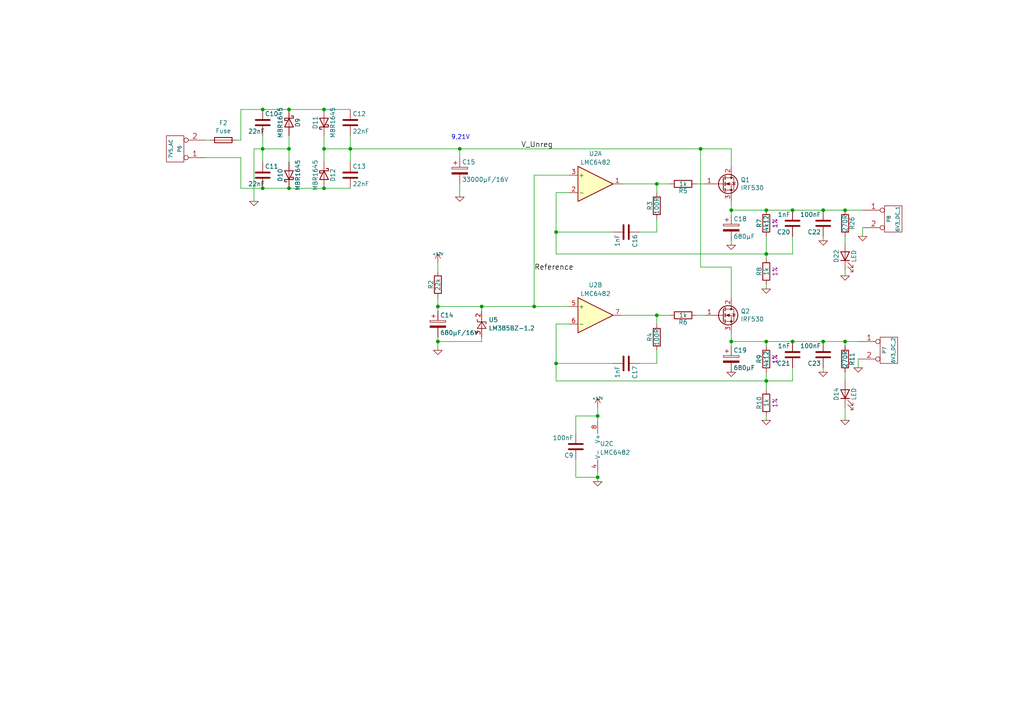
<source format=kicad_sch>
(kicad_sch (version 20231120) (generator "eeschema") (generator_version "8.0")
  (paper "A4")
  (title_block (title "KT88 12V, 6,3V DC Regler & Einschaltverzögerung") (date "2021-03-31") (rev "1.0") (company "Daniel Walter") (comment 1 "fordprfkt@googlemail.com") (comment 2 "6,3V Spannungsregler"))
  (lib_symbols
    (symbol "6V3_Heizung-rescue:CONN_2-borniers" (pin_names (offset 1.016) hide)
      (property "Reference" "P" (at -1.27 0 90))
      (property "Value" "CONN_2-borniers" (at 1.27 0 90))
      (symbol "CONN_2-borniers_0_1"
        (rectangle (start -2.54 3.81) (end 2.54 -3.81))
      )
      (symbol "CONN_2-borniers_1_1"
        (pin passive inverted (at -8.89 2.54 0) (length 6.35) (name "P1") (number "1"))
        (pin passive inverted (at -8.89 -2.54 0) (length 6.35) (name "P2") (number "2"))
      )
    )
    (symbol "6V3_Heizung-rescue:GND-RESCUE-6V3_Heizung" (power) (pin_names (offset 0))
      (symbol "GND-RESCUE-6V3_Heizung_0_1"
        (polyline (pts (xy -1.27 0) (xy 0 -1.27) (xy 1.27 0) (xy -1.27 0)))
      )
      (symbol "GND-RESCUE-6V3_Heizung_1_1"
        (pin power_in line (at 0 0 90) (length 0) hide (name "GND") (number "1"))
      )
    )
    (symbol "Amplifier_Operational:LMC6482" (pin_names (offset 0.127))
      (property "Reference" "U" (at 0 5.08 0))
      (property "Value" "LMC6482" (at 0 -5.08 0))
      (symbol "LMC6482_1_1"
        (polyline (pts (xy -5.08 5.08) (xy 5.08 0) (xy -5.08 -5.08) (xy -5.08 5.08)) (stroke (width 0.254)) (fill (type background)))
        (pin output line (at 7.62 0 180) (length 2.54) (name "~") (number "1"))
        (pin input line (at -7.62 -2.54 0) (length 2.54) (name "-") (number "2"))
        (pin input line (at -7.62 2.54 0) (length 2.54) (name "+") (number "3"))
      )
      (symbol "LMC6482_2_1"
        (polyline (pts (xy -5.08 5.08) (xy 5.08 0) (xy -5.08 -5.08) (xy -5.08 5.08)) (stroke (width 0.254)) (fill (type background)))
        (pin input line (at -7.62 2.54 0) (length 2.54) (name "+") (number "5"))
        (pin input line (at -7.62 -2.54 0) (length 2.54) (name "-") (number "6"))
        (pin output line (at 7.62 0 180) (length 2.54) (name "~") (number "7"))
      )
      (symbol "LMC6482_3_1"
        (pin power_in line (at -2.54 -7.62 90) (length 3.81) (name "V-") (number "4"))
        (pin power_in line (at -2.54 7.62 270) (length 3.81) (name "V+") (number "8"))
      )
    )
    (symbol "Device:C" (pin_numbers hide) (pin_names (offset 0.254))
      (property "Reference" "C" (at 0.635 2.54 0))
      (property "Value" "C" (at 0.635 -2.54 0))
      (symbol "C_0_1"
        (polyline (pts (xy -2.032 -0.762) (xy 2.032 -0.762)) (stroke (width 0.508)))
        (polyline (pts (xy -2.032 0.762) (xy 2.032 0.762)) (stroke (width 0.508)))
      )
      (symbol "C_1_1"
        (pin passive line (at 0 3.81 270) (length 2.794) (name "~") (number "1"))
        (pin passive line (at 0 -3.81 90) (length 2.794) (name "~") (number "2"))
      )
    )
    (symbol "Device:CP" (pin_numbers hide) (pin_names (offset 0.254))
      (property "Reference" "C" (at 0.635 2.54 0))
      (property "Value" "Device_CP" (at 0.635 -2.54 0))
      (symbol "CP_0_1"
        (rectangle (start -2.286 0.508) (end 2.286 1.016))
        (polyline (pts (xy -1.778 2.286) (xy -0.762 2.286)))
        (polyline (pts (xy -1.27 2.794) (xy -1.27 1.778)))
        (rectangle (start 2.286 -0.508) (end -2.286 -1.016) (fill (type outline)))
      )
      (symbol "CP_1_1"
        (pin passive line (at 0 3.81 270) (length 2.794) (name "~") (number "1"))
        (pin passive line (at 0 -3.81 90) (length 2.794) (name "~") (number "2"))
      )
    )
    (symbol "Device:D_Schottky" (pin_numbers hide) (pin_names (offset 1.016) hide)
      (property "Reference" "D" (at 0 2.54 0))
      (property "Value" "D_Schottky" (at 0 -2.54 0))
      (symbol "D_Schottky_0_1"
        (polyline (pts (xy 1.27 0) (xy -1.27 0)))
        (polyline (pts (xy 1.27 1.27) (xy 1.27 -1.27) (xy -1.27 0) (xy 1.27 1.27)) (stroke (width 0.254)))
        (polyline (pts (xy -1.905 0.635) (xy -1.905 1.27) (xy -1.27 1.27) (xy -1.27 -1.27) (xy -0.635 -1.27) (xy -0.635 -0.635)) (stroke (width 0.254)))
      )
      (symbol "D_Schottky_1_1"
        (pin passive line (at -3.81 0 0) (length 2.54) (name "K") (number "1"))
        (pin passive line (at 3.81 0 180) (length 2.54) (name "A") (number "2"))
      )
    )
    (symbol "Device:Fuse" (pin_numbers hide) (pin_names (offset 0))
      (property "Reference" "F" (at 2.032 0 90))
      (property "Value" "Fuse" (at -1.905 0 90))
      (symbol "Fuse_0_1"
        (rectangle (start -0.762 -2.54) (end 0.762 2.54) (stroke (width 0.254)))
        (polyline (pts (xy 0 2.54) (xy 0 -2.54)))
      )
      (symbol "Fuse_1_1"
        (pin passive line (at 0 3.81 270) (length 1.27) (name "~") (number "1"))
        (pin passive line (at 0 -3.81 90) (length 1.27) (name "~") (number "2"))
      )
    )
    (symbol "Device:LED" (pin_numbers hide) (pin_names (offset 1.016) hide)
      (property "Reference" "D" (at 0 2.54 0))
      (property "Value" "LED" (at 0 -2.54 0))
      (symbol "LED_0_1"
        (polyline (pts (xy -1.27 -1.27) (xy -1.27 1.27)) (stroke (width 0.254)))
        (polyline (pts (xy -1.27 0) (xy 1.27 0)))
        (polyline (pts (xy 1.27 -1.27) (xy 1.27 1.27) (xy -1.27 0) (xy 1.27 -1.27)) (stroke (width 0.254)))
        (polyline (pts (xy -3.048 -0.762) (xy -4.572 -2.286) (xy -3.81 -2.286) (xy -4.572 -2.286) (xy -4.572 -1.524)))
        (polyline (pts (xy -1.778 -0.762) (xy -3.302 -2.286) (xy -2.54 -2.286) (xy -3.302 -2.286) (xy -3.302 -1.524)))
      )
      (symbol "LED_1_1"
        (pin passive line (at -3.81 0 0) (length 2.54) (name "K") (number "1"))
        (pin passive line (at 3.81 0 180) (length 2.54) (name "A") (number "2"))
      )
    )
    (symbol "Device:R" (pin_numbers hide) (pin_names (offset 0))
      (property "Reference" "R" (at 2.032 0 90))
      (property "Value" "R" (at 0 0 90))
      (symbol "R_0_1"
        (rectangle (start -1.016 -2.54) (end 1.016 2.54) (stroke (width 0.254)))
      )
      (symbol "R_1_1"
        (pin passive line (at 0 3.81 270) (length 1.27) (name "~") (number "1"))
        (pin passive line (at 0 -3.81 90) (length 1.27) (name "~") (number "2"))
      )
    )
    (symbol "Reference_Voltage:LM385BZ-1.2" (pin_names (offset 0.0254) hide)
      (property "Reference" "U" (at 0 2.54 0))
      (property "Value" "LM385BZ-1.2" (at 0 -3.175 0))
      (symbol "LM385BZ-1.2_0_1"
        (polyline (pts (xy -1.27 0) (xy 0 0) (xy 1.27 0)))
        (polyline (pts (xy -1.27 -1.27) (xy 0.635 0) (xy -1.27 1.27) (xy -1.27 -1.27)) (stroke (width 0.2032)))
        (polyline (pts (xy 0 -1.27) (xy 0.635 -1.27) (xy 0.635 1.27) (xy 1.27 1.27)) (stroke (width 0.2032)))
      )
      (symbol "LM385BZ-1.2_1_1"
        (pin passive line (at 3.81 0 180) (length 2.54) (name "K") (number "2"))
        (pin passive line (at -3.81 0 0) (length 2.54) (name "A") (number "3"))
      )
    )
    (symbol "Transistor_FET:IRF540N" (pin_names hide)
      (property "Reference" "Q" (at 6.35 1.905 0))
      (property "Value" "IRF540N" (at 6.35 0 0))
      (symbol "IRF540N_0_1"
        (polyline (pts (xy 0.254 0) (xy -2.54 0)))
        (polyline (pts (xy 0.254 1.905) (xy 0.254 -1.905)) (stroke (width 0.254)))
        (polyline (pts (xy 0.762 -1.27) (xy 0.762 -2.286)) (stroke (width 0.254)))
        (polyline (pts (xy 0.762 0.508) (xy 0.762 -0.508)) (stroke (width 0.254)))
        (polyline (pts (xy 0.762 2.286) (xy 0.762 1.27)) (stroke (width 0.254)))
        (polyline (pts (xy 2.54 2.54) (xy 2.54 1.778)))
        (polyline (pts (xy 2.54 -2.54) (xy 2.54 0) (xy 0.762 0)))
        (polyline (pts (xy 0.762 -1.778) (xy 3.302 -1.778) (xy 3.302 1.778) (xy 0.762 1.778)))
        (polyline (pts (xy 1.016 0) (xy 2.032 0.381) (xy 2.032 -0.381) (xy 1.016 0)) (fill (type outline)))
        (polyline (pts (xy 2.794 0.508) (xy 2.921 0.381) (xy 3.683 0.381) (xy 3.81 0.254)))
        (polyline (pts (xy 3.302 0.381) (xy 2.921 -0.254) (xy 3.683 -0.254) (xy 3.302 0.381)))
        (circle (center 1.651 0) (radius 2.794) (stroke (width 0.254)))
        (circle (center 2.54 -1.778) (radius 0.254) (fill (type outline)))
        (circle (center 2.54 1.778) (radius 0.254) (fill (type outline)))
      )
      (symbol "IRF540N_1_1"
        (pin input line (at -5.08 0 0) (length 2.54) (name "G") (number "1"))
        (pin passive line (at 2.54 5.08 270) (length 2.54) (name "D") (number "2"))
        (pin passive line (at 2.54 -5.08 90) (length 2.54) (name "S") (number "3"))
      )
    )
    (symbol "power:+12V" (power) (pin_names (offset 0))
      (property "Value" "+12V" (at 0 3.556 0))
      (symbol "+12V_0_1"
        (polyline (pts (xy -0.762 1.27) (xy 0 2.54)))
        (polyline (pts (xy 0 0) (xy 0 2.54)))
        (polyline (pts (xy 0 2.54) (xy 0.762 1.27)))
      )
      (symbol "+12V_1_1"
        (pin power_in line (at 0 0 90) (length 0) hide (name "+12V") (number "1"))
      )
    )
  )
  (junction (at 190.5 53.34))
  (junction (at 139.7 88.9))
  (junction (at 238.76 99.06))
  (junction (at 173.355 120.65))
  (junction (at 245.11 60.96))
  (junction (at 229.87 99.06))
  (junction (at 203.2 43.18))
  (junction (at 190.5 91.44))
  (junction (at 76.2 31.75))
  (junction (at 76.2 43.18))
  (junction (at 93.98 54.61))
  (junction (at 161.29 67.31))
  (junction (at 222.25 73.66))
  (junction (at 222.25 110.49))
  (junction (at 161.29 105.41))
  (junction (at 238.76 60.96))
  (junction (at 101.6 43.18))
  (junction (at 212.09 60.96))
  (junction (at 229.87 60.96))
  (junction (at 154.94 88.9))
  (junction (at 83.82 54.61))
  (junction (at 222.25 60.96))
  (junction (at 127 88.9))
  (junction (at 83.82 31.75))
  (junction (at 245.11 99.06))
  (junction (at 127 99.06))
  (junction (at 222.25 99.06))
  (junction (at 93.98 43.18))
  (junction (at 83.82 43.18))
  (junction (at 133.35 43.18))
  (junction (at 76.2 54.61))
  (junction (at 173.355 138.43))
  (junction (at 93.98 31.75))
  (junction (at 212.09 99.06))
  (wire (pts (xy 59.69 45.72) (xy 69.85 45.72)))
  (wire (pts (xy 190.5 91.44) (xy 194.31 91.44)))
  (wire (pts (xy 167.005 125.73) (xy 167.005 120.65)))
  (wire (pts (xy 76.2 54.61) (xy 83.82 54.61)))
  (wire (pts (xy 245.11 78.105) (xy 245.11 80.01)))
  (wire (pts (xy 101.6 39.37) (xy 101.6 43.18)))
  (wire (pts (xy 229.87 60.96) (xy 238.76 60.96)))
  (wire (pts (xy 180.34 53.34) (xy 190.5 53.34)))
  (wire (pts (xy 222.25 73.66) (xy 222.25 74.93)))
  (wire (pts (xy 222.25 110.49) (xy 222.25 113.03)))
  (wire (pts (xy 133.35 57.15) (xy 133.35 53.34)))
  (wire (pts (xy 127 101.6) (xy 127 99.06)))
  (wire (pts (xy 76.2 43.18) (xy 83.82 43.18)))
  (wire (pts (xy 212.09 99.06) (xy 222.25 99.06)))
  (wire (pts (xy 222.25 110.49) (xy 222.25 107.95)))
  (wire (pts (xy 60.96 40.64) (xy 59.69 40.64)))
  (wire (pts (xy 212.09 99.06) (xy 212.09 100.33)))
  (wire (pts (xy 222.25 68.58) (xy 222.25 73.66)))
  (wire (pts (xy 212.09 77.47) (xy 203.2 77.47)))
  (wire (pts (xy 190.5 105.41) (xy 185.42 105.41)))
  (wire (pts (xy 93.98 43.18) (xy 93.98 46.99)))
  (wire (pts (xy 222.25 73.66) (xy 229.87 73.66)))
  (wire (pts (xy 167.005 133.35) (xy 167.005 138.43)))
  (wire (pts (xy 93.98 54.61) (xy 101.6 54.61)))
  (wire (pts (xy 76.2 39.37) (xy 76.2 43.18)))
  (wire (pts (xy 201.93 91.44) (xy 204.47 91.44)))
  (wire (pts (xy 212.09 71.12) (xy 212.09 69.85)))
  (wire (pts (xy 127 90.17) (xy 127 88.9)))
  (wire (pts (xy 133.35 45.72) (xy 133.35 43.18)))
  (wire (pts (xy 139.7 88.9) (xy 139.7 90.17)))
  (wire (pts (xy 222.25 99.06) (xy 229.87 99.06)))
  (wire (pts (xy 69.85 40.64) (xy 69.85 31.75)))
  (wire (pts (xy 245.11 121.92) (xy 245.11 118.11)))
  (wire (pts (xy 203.2 43.18) (xy 212.09 43.18)))
  (wire (pts (xy 238.76 99.06) (xy 245.11 99.06)))
  (wire (pts (xy 222.25 60.96) (xy 229.87 60.96)))
  (wire (pts (xy 127 76.2) (xy 127 78.74)))
  (wire (pts (xy 238.76 106.68) (xy 238.76 107.95)))
  (wire (pts (xy 127 99.06) (xy 127 97.79)))
  (wire (pts (xy 229.87 110.49) (xy 229.87 106.68)))
  (wire (pts (xy 238.76 69.85) (xy 238.76 68.58)))
  (wire (pts (xy 83.82 39.37) (xy 83.82 43.18)))
  (wire (pts (xy 83.82 54.61) (xy 93.98 54.61)))
  (wire (pts (xy 127 86.36) (xy 127 88.9)))
  (wire (pts (xy 180.34 91.44) (xy 190.5 91.44)))
  (wire (pts (xy 73.66 43.18) (xy 76.2 43.18)))
  (wire (pts (xy 222.25 121.92) (xy 222.25 120.65)))
  (wire (pts (xy 248.92 104.14) (xy 248.92 106.68)))
  (wire (pts (xy 161.29 105.41) (xy 161.29 110.49)))
  (wire (pts (xy 69.85 31.75) (xy 76.2 31.75)))
  (wire (pts (xy 222.25 100.33) (xy 222.25 99.06)))
  (wire (pts (xy 222.25 110.49) (xy 229.87 110.49)))
  (wire (pts (xy 167.005 120.65) (xy 173.355 120.65)))
  (wire (pts (xy 190.5 53.34) (xy 194.31 53.34)))
  (wire (pts (xy 173.355 138.43) (xy 173.355 137.16)))
  (wire (pts (xy 190.5 101.6) (xy 190.5 105.41)))
  (wire (pts (xy 250.19 66.04) (xy 250.19 68.58)))
  (wire (pts (xy 139.7 97.79) (xy 139.7 99.06)))
  (wire (pts (xy 190.5 67.31) (xy 185.42 67.31)))
  (wire (pts (xy 229.87 73.66) (xy 229.87 68.58)))
  (wire (pts (xy 173.355 120.65) (xy 173.355 118.11)))
  (wire (pts (xy 212.09 60.96) (xy 222.25 60.96)))
  (wire (pts (xy 177.8 67.31) (xy 161.29 67.31)))
  (wire (pts (xy 177.8 105.41) (xy 161.29 105.41)))
  (wire (pts (xy 222.25 83.82) (xy 222.25 82.55)))
  (wire (pts (xy 73.66 58.42) (xy 73.66 43.18)))
  (wire (pts (xy 69.85 45.72) (xy 69.85 54.61)))
  (wire (pts (xy 245.11 68.58) (xy 245.11 70.485)))
  (wire (pts (xy 245.11 100.33) (xy 245.11 99.06)))
  (wire (pts (xy 190.5 93.98) (xy 190.5 91.44)))
  (wire (pts (xy 93.98 43.18) (xy 101.6 43.18)))
  (wire (pts (xy 212.09 96.52) (xy 212.09 99.06)))
  (wire (pts (xy 93.98 31.75) (xy 101.6 31.75)))
  (wire (pts (xy 69.85 54.61) (xy 76.2 54.61)))
  (wire (pts (xy 76.2 43.18) (xy 76.2 46.99)))
  (wire (pts (xy 83.82 31.75) (xy 93.98 31.75)))
  (wire (pts (xy 83.82 43.18) (xy 83.82 46.99)))
  (wire (pts (xy 154.94 50.8) (xy 165.1 50.8)))
  (wire (pts (xy 68.58 40.64) (xy 69.85 40.64)))
  (wire (pts (xy 127 88.9) (xy 139.7 88.9)))
  (wire (pts (xy 212.09 43.18) (xy 212.09 48.26)))
  (wire (pts (xy 212.09 58.42) (xy 212.09 60.96)))
  (wire (pts (xy 165.1 93.98) (xy 161.29 93.98)))
  (wire (pts (xy 161.29 73.66) (xy 222.25 73.66)))
  (wire (pts (xy 245.11 110.49) (xy 245.11 107.95)))
  (wire (pts (xy 173.355 121.92) (xy 173.355 120.65)))
  (wire (pts (xy 101.6 43.18) (xy 101.6 46.99)))
  (wire (pts (xy 133.35 43.18) (xy 203.2 43.18)))
  (wire (pts (xy 161.29 67.31) (xy 161.29 73.66)))
  (wire (pts (xy 203.2 77.47) (xy 203.2 43.18)))
  (wire (pts (xy 245.11 60.96) (xy 250.19 60.96)))
  (wire (pts (xy 161.29 110.49) (xy 222.25 110.49)))
  (wire (pts (xy 212.09 60.96) (xy 212.09 62.23)))
  (wire (pts (xy 229.87 99.06) (xy 238.76 99.06)))
  (wire (pts (xy 245.11 99.06) (xy 248.92 99.06)))
  (wire (pts (xy 238.76 60.96) (xy 245.11 60.96)))
  (wire (pts (xy 154.94 88.9) (xy 165.1 88.9)))
  (wire (pts (xy 173.355 139.7) (xy 173.355 138.43)))
  (wire (pts (xy 190.5 55.88) (xy 190.5 53.34)))
  (wire (pts (xy 161.29 55.88) (xy 165.1 55.88)))
  (wire (pts (xy 161.29 93.98) (xy 161.29 105.41)))
  (wire (pts (xy 76.2 31.75) (xy 83.82 31.75)))
  (wire (pts (xy 167.005 138.43) (xy 173.355 138.43)))
  (wire (pts (xy 127 99.06) (xy 139.7 99.06)))
  (wire (pts (xy 161.29 67.31) (xy 161.29 55.88)))
  (wire (pts (xy 212.09 77.47) (xy 212.09 86.36)))
  (wire (pts (xy 101.6 43.18) (xy 133.35 43.18)))
  (wire (pts (xy 190.5 63.5) (xy 190.5 67.31)))
  (wire (pts (xy 154.94 50.8) (xy 154.94 88.9)))
  (wire (pts (xy 201.93 53.34) (xy 204.47 53.34)))
  (wire (pts (xy 93.98 39.37) (xy 93.98 43.18)))
  (wire (pts (xy 139.7 88.9) (xy 154.94 88.9)))
  (text "9,21V" (at 130.81 40.64 0) (effects (font (size 1.27 1.27)) (justify left bottom)))
  (label "Reference" (at 154.94 78.74 0) (effects (font (size 1.524 1.524))))
  (label "V_Unreg" (at 151.13 43.18 0) (effects (font (size 1.524 1.524))))
  (symbol (lib_id "6V3_Heizung-rescue:CONN_2-borniers") (at 50.8 43.18 180) (unit 1)
    (property "Reference" "P6" (at 52.07 43.18 90) (effects (font (size 1.016 1.016))))
    (property "Value" "7V5_AC" (at 49.53 43.18 90) (effects (font (size 1.016 1.016))))
    (property "Footprint" "Connector_Molex:Molex_Mini-Fit_Jr_5566-02A_2x01_P4.20mm_Vertical" (effects (hide yes)))
  )
  (symbol (lib_id "Device:D_Schottky") (at 83.82 35.56 270) (unit 1)
    (property "Reference" "D9" (at 86.36 35.56 0))
    (property "Value" "MBR1645" (at 81.28 35.56 0))
    (property "Footprint" "Package_TO_SOT_THT:TO-220-2_Vertical" (effects (hide yes)))
  )
  (symbol (lib_id "Device:D_Schottky") (at 83.82 50.8 90) (unit 1)
    (property "Reference" "D10" (at 81.28 50.8 0))
    (property "Value" "MBR1645" (at 86.36 50.8 0))
    (property "Footprint" "Package_TO_SOT_THT:TO-220-2_Vertical" (effects (hide yes)))
  )
  (symbol (lib_id "Device:D_Schottky") (at 93.98 35.56 90) (unit 1)
    (property "Reference" "D11" (at 91.44 35.56 0))
    (property "Value" "MBR1645" (at 96.52 35.56 0))
    (property "Footprint" "Package_TO_SOT_THT:TO-220-2_Vertical" (effects (hide yes)))
  )
  (symbol (lib_id "Device:D_Schottky") (at 93.98 50.8 270) (unit 1)
    (property "Reference" "D12" (at 96.52 50.8 0))
    (property "Value" "MBR1645" (at 91.44 50.8 0))
    (property "Footprint" "Package_TO_SOT_THT:TO-220-2_Vertical" (effects (hide yes)))
  )
  (symbol (lib_id "Device:C") (at 76.2 35.56 0) (unit 1)
    (property "Reference" "C10" (at 76.835 33.02 0) (effects (justify left)))
    (property "Value" "22nF" (at 76.835 38.1 0) (effects (justify right)))
    (property "Footprint" "Capacitor_THT:C_Disc_D4.3mm_W1.9mm_P5.00mm" (effects (hide yes)))
  )
  (symbol (lib_id "Device:C") (at 76.2 50.8 0) (unit 1)
    (property "Reference" "C11" (at 76.835 48.26 0) (effects (justify left)))
    (property "Value" "22nF" (at 76.835 53.34 0) (effects (justify right)))
    (property "Footprint" "Capacitor_THT:C_Disc_D4.3mm_W1.9mm_P5.00mm" (effects (hide yes)))
  )
  (symbol (lib_id "Device:C") (at 101.6 50.8 0) (unit 1)
    (property "Reference" "C13" (at 102.235 48.26 0) (effects (justify left)))
    (property "Value" "22nF" (at 102.235 53.34 0) (effects (justify left)))
    (property "Footprint" "Capacitor_THT:C_Disc_D4.3mm_W1.9mm_P5.00mm" (effects (hide yes)))
  )
  (symbol (lib_id "Device:C") (at 101.6 35.56 0) (unit 1)
    (property "Reference" "C12" (at 102.235 33.02 0) (effects (justify left)))
    (property "Value" "22nF" (at 102.235 38.1 0) (effects (justify left)))
    (property "Footprint" "Capacitor_THT:C_Disc_D4.3mm_W1.9mm_P5.00mm" (effects (hide yes)))
  )
  (symbol (lib_id "Device:CP") (at 133.35 49.53 0) (unit 1)
    (property "Reference" "C15" (at 133.985 46.99 0) (effects (justify left)))
    (property "Value" "33000µF/16V" (at 133.985 52.07 0) (effects (justify left)))
    (property "Footprint" "Capacitor_THT:CP_Radial_D30.0mm_P10.00mm_SnapIn" (effects (hide yes)))
  )
  (symbol (lib_id "6V3_Heizung-rescue:GND-RESCUE-6V3_Heizung") (at 133.35 57.15 0) (unit 1)
    (property "Reference" "#PWR019" (effects (hide yes)))
    (property "Value" "GND" (effects (hide yes)))
  )
  (symbol (lib_id "6V3_Heizung-rescue:GND-RESCUE-6V3_Heizung") (at 73.66 58.42 0) (unit 1)
    (property "Reference" "#PWR016" (effects (hide yes)))
    (property "Value" "GND" (effects (hide yes)))
  )
  (symbol (lib_id "power:+12V") (at 173.355 118.11 0) (unit 1)
    (property "Reference" "#PWR014" (effects (hide yes)))
    (property "Value" "+12V" (at 173.355 115.57 0) (effects (font (size 0.762 0.762))))
  )
  (symbol (lib_id "Device:R") (at 198.12 91.44 270) (unit 1)
    (property "Reference" "R6" (at 198.12 93.472 90))
    (property "Value" "1k" (at 198.12 91.44 90))
    (property "Footprint" "Resistor_THT:R_Axial_DIN0207_L6.3mm_D2.5mm_P10.16mm_Horizontal" (effects (hide yes)))
  )
  (symbol (lib_id "Device:R") (at 190.5 97.79 180) (unit 1)
    (property "Reference" "R4" (at 188.468 97.79 90))
    (property "Value" "100R" (at 190.5 97.79 90))
    (property "Footprint" "Resistor_THT:R_Axial_DIN0207_L6.3mm_D2.5mm_P10.16mm_Horizontal" (effects (hide yes)))
  )
  (symbol (lib_id "Device:C") (at 181.61 105.41 270) (unit 1)
    (property "Reference" "C17" (at 184.15 106.045 0) (effects (justify left)))
    (property "Value" "1nF" (at 179.07 106.045 0) (effects (justify left)))
    (property "Footprint" "Capacitor_THT:C_Disc_D3.0mm_W2.0mm_P2.50mm" (effects (hide yes)))
  )
  (symbol (lib_id "Device:CP") (at 212.09 104.14 0) (unit 1)
    (property "Reference" "C19" (at 212.725 101.6 0) (effects (justify left)))
    (property "Value" "680µF" (at 212.725 106.68 0) (effects (justify left)))
    (property "Footprint" "Capacitor_THT:CP_Radial_D8.0mm_P3.50mm" (effects (hide yes)))
  )
  (symbol (lib_id "6V3_Heizung-rescue:GND-RESCUE-6V3_Heizung") (at 212.09 107.95 0) (unit 1)
    (property "Reference" "#PWR022" (effects (hide yes)))
    (property "Value" "GND" (effects (hide yes)))
  )
  (symbol (lib_id "Device:R") (at 222.25 104.14 180) (unit 1)
    (property "Reference" "R9" (at 220.218 104.14 90))
    (property "Value" "4k12" (at 222.25 104.14 90))
    (property "Footprint" "Resistor_THT:R_Axial_DIN0207_L6.3mm_D2.5mm_P10.16mm_Horizontal" (effects (hide yes)))
    (property "Tolerance" "1%" (at 224.79 104.14 90))
  )
  (symbol (lib_id "Device:R") (at 222.25 116.84 180) (unit 1)
    (property "Reference" "R10" (at 220.218 116.84 90))
    (property "Value" "1k" (at 222.25 116.84 90))
    (property "Footprint" "Resistor_THT:R_Axial_DIN0207_L6.3mm_D2.5mm_P10.16mm_Horizontal" (effects (hide yes)))
    (property "Tolerance" "1%" (at 224.79 116.84 90))
  )
  (symbol (lib_id "Device:C") (at 229.87 102.87 180) (unit 1)
    (property "Reference" "C21" (at 229.235 105.41 0) (effects (justify left)))
    (property "Value" "1nF" (at 229.235 100.33 0) (effects (justify left)))
    (property "Footprint" "Capacitor_THT:C_Disc_D3.0mm_W2.0mm_P2.50mm" (effects (hide yes)))
  )
  (symbol (lib_id "Device:C") (at 238.76 102.87 180) (unit 1)
    (property "Reference" "C23" (at 238.125 105.41 0) (effects (justify left)))
    (property "Value" "100nF" (at 238.125 100.33 0) (effects (justify left)))
    (property "Footprint" "Capacitor_THT:C_Disc_D4.3mm_W1.9mm_P5.00mm" (effects (hide yes)))
  )
  (symbol (lib_id "6V3_Heizung-rescue:GND-RESCUE-6V3_Heizung") (at 222.25 121.92 0) (unit 1)
    (property "Reference" "#PWR024" (effects (hide yes)))
    (property "Value" "GND" (effects (hide yes)))
  )
  (symbol (lib_id "6V3_Heizung-rescue:GND-RESCUE-6V3_Heizung") (at 238.76 107.95 0) (unit 1)
    (property "Reference" "#PWR026" (effects (hide yes)))
    (property "Value" "GND" (effects (hide yes)))
  )
  (symbol (lib_id "6V3_Heizung-rescue:CONN_2-borniers") (at 257.81 101.6 0) (unit 1)
    (property "Reference" "P7" (at 256.54 101.6 90) (effects (font (size 1.016 1.016))))
    (property "Value" "6V3_DC_2" (at 259.08 101.6 90) (effects (font (size 1.016 1.016))))
    (property "Footprint" "Connector_Molex:Molex_Mini-Fit_Jr_5566-02A_2x01_P4.20mm_Vertical" (effects (hide yes)))
  )
  (symbol (lib_id "6V3_Heizung-rescue:GND-RESCUE-6V3_Heizung") (at 248.92 106.68 0) (unit 1)
    (property "Reference" "#PWR028" (effects (hide yes)))
    (property "Value" "GND" (effects (hide yes)))
  )
  (symbol (lib_id "power:+12V") (at 127 76.2 0) (unit 1)
    (property "Reference" "#PWR017" (effects (hide yes)))
    (property "Value" "+12V" (at 127 73.66 0) (effects (font (size 0.762 0.762))))
  )
  (symbol (lib_id "Device:R") (at 127 82.55 180) (unit 1)
    (property "Reference" "R2" (at 124.968 82.55 90))
    (property "Value" "22k" (at 127 82.55 90))
    (property "Footprint" "Resistor_THT:R_Axial_DIN0207_L6.3mm_D2.5mm_P10.16mm_Horizontal" (effects (hide yes)))
  )
  (symbol (lib_id "Device:CP") (at 127 93.98 0) (unit 1)
    (property "Reference" "C14" (at 127.635 91.44 0) (effects (justify left)))
    (property "Value" "680µF/16V" (at 127.635 96.52 0) (effects (justify left)))
    (property "Footprint" "Capacitor_THT:CP_Radial_D8.0mm_P3.50mm" (effects (hide yes)))
  )
  (symbol (lib_id "6V3_Heizung-rescue:GND-RESCUE-6V3_Heizung") (at 127 101.6 0) (unit 1)
    (property "Reference" "#PWR018" (effects (hide yes)))
    (property "Value" "GND" (effects (hide yes)))
  )
  (symbol (lib_id "Device:R") (at 198.12 53.34 270) (unit 1)
    (property "Reference" "R5" (at 198.12 55.372 90))
    (property "Value" "1k" (at 198.12 53.34 90))
    (property "Footprint" "Resistor_THT:R_Axial_DIN0207_L6.3mm_D2.5mm_P10.16mm_Horizontal" (effects (hide yes)))
  )
  (symbol (lib_id "Device:R") (at 190.5 59.69 180) (unit 1)
    (property "Reference" "R3" (at 188.468 59.69 90))
    (property "Value" "100R" (at 190.5 59.69 90))
    (property "Footprint" "Resistor_THT:R_Axial_DIN0207_L6.3mm_D2.5mm_P10.16mm_Horizontal" (effects (hide yes)))
  )
  (symbol (lib_id "Device:C") (at 181.61 67.31 270) (unit 1)
    (property "Reference" "C16" (at 184.15 67.945 0) (effects (justify left)))
    (property "Value" "1nF" (at 179.07 67.945 0) (effects (justify left)))
    (property "Footprint" "Capacitor_THT:C_Disc_D3.0mm_W2.0mm_P2.50mm" (effects (hide yes)))
  )
  (symbol (lib_id "Device:CP") (at 212.09 66.04 0) (unit 1)
    (property "Reference" "C18" (at 212.725 63.5 0) (effects (justify left)))
    (property "Value" "680µF" (at 212.725 68.58 0) (effects (justify left)))
    (property "Footprint" "Capacitor_THT:CP_Radial_D8.0mm_P3.50mm" (effects (hide yes)))
  )
  (symbol (lib_id "6V3_Heizung-rescue:GND-RESCUE-6V3_Heizung") (at 212.09 71.12 0) (unit 1)
    (property "Reference" "#PWR021" (effects (hide yes)))
    (property "Value" "GND" (effects (hide yes)))
  )
  (symbol (lib_id "Device:R") (at 222.25 64.77 180) (unit 1)
    (property "Reference" "R7" (at 220.218 64.77 90))
    (property "Value" "4k12" (at 222.25 64.77 90))
    (property "Footprint" "Resistor_THT:R_Axial_DIN0207_L6.3mm_D2.5mm_P10.16mm_Horizontal" (effects (hide yes)))
    (property "Tolerance" "1%" (at 224.79 64.77 90))
  )
  (symbol (lib_id "Device:R") (at 222.25 78.74 180) (unit 1)
    (property "Reference" "R8" (at 220.218 78.74 90))
    (property "Value" "1k" (at 222.25 78.74 90))
    (property "Footprint" "Resistor_THT:R_Axial_DIN0207_L6.3mm_D2.5mm_P10.16mm_Horizontal" (effects (hide yes)))
    (property "Tolerance" "1%" (at 224.79 78.74 90))
  )
  (symbol (lib_id "Device:C") (at 229.87 64.77 180) (unit 1)
    (property "Reference" "C20" (at 229.235 67.31 0) (effects (justify left)))
    (property "Value" "1nF" (at 229.235 62.23 0) (effects (justify left)))
    (property "Footprint" "Capacitor_THT:C_Disc_D3.0mm_W2.0mm_P2.50mm" (effects (hide yes)))
  )
  (symbol (lib_id "Device:C") (at 238.76 64.77 180) (unit 1)
    (property "Reference" "C22" (at 238.125 67.31 0) (effects (justify left)))
    (property "Value" "100nF" (at 238.125 62.23 0) (effects (justify left)))
    (property "Footprint" "Capacitor_THT:C_Disc_D4.3mm_W1.9mm_P5.00mm" (effects (hide yes)))
  )
  (symbol (lib_id "6V3_Heizung-rescue:GND-RESCUE-6V3_Heizung") (at 222.25 83.82 0) (unit 1)
    (property "Reference" "#PWR023" (effects (hide yes)))
    (property "Value" "GND" (effects (hide yes)))
  )
  (symbol (lib_id "6V3_Heizung-rescue:GND-RESCUE-6V3_Heizung") (at 238.76 69.85 0) (unit 1)
    (property "Reference" "#PWR025" (effects (hide yes)))
    (property "Value" "GND" (effects (hide yes)))
  )
  (symbol (lib_id "6V3_Heizung-rescue:CONN_2-borniers") (at 259.08 63.5 0) (unit 1)
    (property "Reference" "P8" (at 257.81 63.5 90) (effects (font (size 1.016 1.016))))
    (property "Value" "6V3_DC_1" (at 260.35 63.5 90) (effects (font (size 1.016 1.016))))
    (property "Footprint" "Connector_Molex:Molex_Mini-Fit_Jr_5566-02A_2x01_P4.20mm_Vertical" (effects (hide yes)))
  )
  (symbol (lib_id "6V3_Heizung-rescue:GND-RESCUE-6V3_Heizung") (at 250.19 68.58 0) (unit 1)
    (property "Reference" "#PWR029" (effects (hide yes)))
    (property "Value" "GND" (effects (hide yes)))
  )
  (symbol (lib_id "Transistor_FET:IRF540N") (at 209.55 53.34 0) (unit 1)
    (property "Reference" "Q1" (at 214.7824 52.1716 0) (effects (justify left)))
    (property "Value" "IRF530" (at 214.7824 54.483 0) (effects (justify left)))
    (property "Footprint" "Package_TO_SOT_THT:TO-220-3_Vertical" (effects (hide yes)))
    (property "Datasheet" "http://www.irf.com/product-info/datasheets/data/irf540n.pdf" (effects (hide yes)))
  )
  (symbol (lib_id "Transistor_FET:IRF540N") (at 209.55 91.44 0) (unit 1)
    (property "Reference" "Q2" (at 214.7824 90.2716 0) (effects (justify left)))
    (property "Value" "IRF530" (at 214.7824 92.583 0) (effects (justify left)))
    (property "Footprint" "Package_TO_SOT_THT:TO-220-3_Vertical" (effects (hide yes)))
    (property "Datasheet" "http://www.irf.com/product-info/datasheets/data/irf540n.pdf" (effects (hide yes)))
  )
  (symbol (lib_id "Device:C") (at 167.005 129.54 180) (unit 1)
    (property "Reference" "C9" (at 166.37 132.08 0) (effects (justify left)))
    (property "Value" "100nF" (at 166.37 127 0) (effects (justify left)))
    (property "Footprint" "Capacitor_THT:C_Disc_D4.3mm_W1.9mm_P5.00mm" (effects (hide yes)))
  )
  (symbol (lib_id "6V3_Heizung-rescue:GND-RESCUE-6V3_Heizung") (at 173.355 139.7 0) (unit 1)
    (property "Reference" "#PWR015" (effects (hide yes)))
    (property "Value" "GND" (effects (hide yes)))
  )
  (symbol (lib_id "Device:Fuse") (at 64.77 40.64 270) (unit 1)
    (property "Reference" "F2" (at 64.77 35.6362 90))
    (property "Value" "Fuse" (at 64.77 37.9476 90))
    (property "Footprint" "Fuse_Holder_Eska:Fuse_Holder_Eska_509200" (effects (hide yes)))
  )
  (symbol (lib_id "Device:LED") (at 245.11 114.3 90) (unit 1)
    (property "Reference" "D14" (at 242.57 114.3 0))
    (property "Value" "LED" (at 247.65 114.3 0))
    (property "Footprint" "LED_THT:LED_D3.0mm" (effects (hide yes)))
  )
  (symbol (lib_id "Device:R") (at 245.11 104.14 0) (unit 1)
    (property "Reference" "R11" (at 247.142 104.14 90))
    (property "Value" "270R" (at 245.11 104.14 90))
    (property "Footprint" "Resistor_THT:R_Axial_DIN0207_L6.3mm_D2.5mm_P10.16mm_Horizontal" (effects (hide yes)))
  )
  (symbol (lib_id "6V3_Heizung-rescue:GND-RESCUE-6V3_Heizung") (at 245.11 121.92 0) (unit 1)
    (property "Reference" "#PWR027" (effects (hide yes)))
    (property "Value" "GND" (effects (hide yes)))
  )
  (symbol (lib_id "Device:R") (at 245.11 64.77 0) (unit 1)
    (property "Reference" "R26" (at 247.142 64.77 90))
    (property "Value" "270R" (at 245.11 64.77 90))
    (property "Footprint" "Resistor_THT:R_Axial_DIN0207_L6.3mm_D2.5mm_P10.16mm_Horizontal" (effects (hide yes)))
  )
  (symbol (lib_id "Reference_Voltage:LM385BZ-1.2") (at 139.7 93.98 90) (unit 1)
    (property "Reference" "U5" (at 141.7066 92.7678 90) (effects (justify right)))
    (property "Value" "LM385BZ-1.2" (at 141.7066 95.1921 90) (effects (justify right)))
    (property "Footprint" "Package_TO_SOT_THT:TO-92_Inline" (effects (hide yes)))
    (property "Datasheet" "http://www.onsemi.com/pub_link/Collateral/LM285-D.PDF" (effects (hide yes)))
    (property "Description" "1.235V Micropower Voltage Reference Diodes, TO-92" (effects (hide yes)))
  )
  (symbol (lib_id "Amplifier_Operational:LMC6482") (at 175.895 129.54 0) (unit 3)
    (property "Reference" "U2" (at 173.99 128.7053 0) (effects (justify left)))
    (property "Value" "LMC6482" (at 173.99 131.2422 0) (effects (justify left)))
    (property "Footprint" "Package_DIP:DIP-8_W7.62mm" (effects (hide yes)))
    (property "Datasheet" "http://www.ti.com/lit/ds/symlink/lmc6482.pdf" (effects (hide yes)))
  )
  (symbol (lib_id "Device:LED") (at 245.11 74.295 90) (unit 1)
    (property "Reference" "D22" (at 242.57 74.295 0))
    (property "Value" "LED" (at 247.65 74.295 0))
    (property "Footprint" "LED_THT:LED_D3.0mm" (effects (hide yes)))
  )
  (symbol (lib_id "6V3_Heizung-rescue:GND-RESCUE-6V3_Heizung") (at 245.11 80.01 0) (unit 1)
    (property "Reference" "#PWR0101" (effects (hide yes)))
    (property "Value" "GND" (effects (hide yes)))
  )
  (symbol (lib_id "Amplifier_Operational:LMC6482") (at 172.72 91.44 0) (unit 2)
    (property "Reference" "U2" (at 172.72 82.6602 0))
    (property "Value" "LMC6482" (at 172.72 85.1971 0))
    (property "Footprint" "Package_DIP:DIP-8_W7.62mm" (effects (hide yes)))
    (property "Datasheet" "http://www.ti.com/lit/ds/symlink/lmc6482.pdf" (effects (hide yes)))
  )
  (symbol (lib_id "Amplifier_Operational:LMC6482") (at 172.72 53.34 0) (unit 1)
    (property "Reference" "U2" (at 172.72 44.5602 0))
    (property "Value" "LMC6482" (at 172.72 47.0971 0))
    (property "Footprint" "Package_DIP:DIP-8_W7.62mm" (effects (hide yes)))
    (property "Datasheet" "http://www.ti.com/lit/ds/symlink/lmc6482.pdf" (effects (hide yes)))
  )
)
</source>
